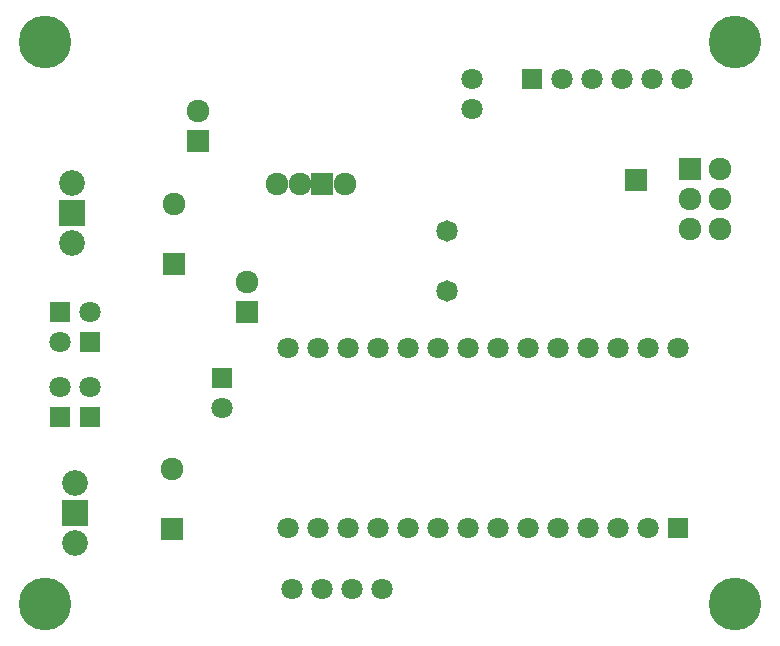
<source format=gbs>
G04 (created by PCBNEW (2013-jul-07)-stable) date Sat 20 Jun 2015 02:51:25 AM PDT*
%MOIN*%
G04 Gerber Fmt 3.4, Leading zero omitted, Abs format*
%FSLAX34Y34*%
G01*
G70*
G90*
G04 APERTURE LIST*
%ADD10C,0.00393701*%
%ADD11C,0.071748*%
%ADD12R,0.070748X0.070748*%
%ADD13C,0.070748*%
%ADD14R,0.0748031X0.0748031*%
%ADD15C,0.075748*%
%ADD16R,0.075748X0.075748*%
%ADD17C,0.085748*%
%ADD18R,0.085748X0.085748*%
%ADD19C,0.175748*%
G04 APERTURE END LIST*
G54D10*
G54D11*
X18650Y7750D03*
X18650Y9750D03*
G54D12*
X21500Y14800D03*
G54D13*
X22500Y14800D03*
X23500Y14800D03*
X24500Y14800D03*
X25500Y14800D03*
X26500Y14800D03*
G54D12*
X11150Y4850D03*
G54D13*
X11150Y3850D03*
X19500Y13800D03*
X19500Y14800D03*
G54D12*
X6750Y6050D03*
G54D13*
X6750Y7050D03*
G54D12*
X5750Y7050D03*
G54D13*
X5750Y6050D03*
G54D12*
X5750Y3550D03*
G54D13*
X5750Y4550D03*
G54D12*
X6750Y3550D03*
G54D13*
X6750Y4550D03*
G54D14*
X24950Y11450D03*
G54D15*
X27750Y9800D03*
X26750Y9800D03*
X27750Y10800D03*
X26750Y10800D03*
X27750Y11800D03*
G54D16*
X26750Y11800D03*
G54D17*
X6150Y9350D03*
G54D18*
X6150Y10350D03*
G54D17*
X6150Y11350D03*
X6250Y-650D03*
G54D18*
X6250Y350D03*
G54D17*
X6250Y1350D03*
G54D15*
X13000Y11300D03*
X13750Y11300D03*
G54D16*
X14500Y11300D03*
G54D15*
X15250Y11300D03*
G54D13*
X13350Y-150D03*
X14350Y-150D03*
X15350Y-150D03*
X16350Y-150D03*
X17350Y-150D03*
X18350Y-150D03*
X19350Y-150D03*
X20350Y-150D03*
X21350Y-150D03*
X22350Y-150D03*
X23350Y-150D03*
X24350Y-150D03*
X25350Y-150D03*
G54D12*
X26350Y-150D03*
G54D13*
X26350Y5850D03*
X25350Y5850D03*
X24350Y5850D03*
X23350Y5850D03*
X22350Y5850D03*
X21350Y5850D03*
X20350Y5850D03*
X19350Y5850D03*
X18350Y5850D03*
X17350Y5850D03*
X16350Y5850D03*
X15350Y5850D03*
X14350Y5850D03*
X13350Y5850D03*
G54D15*
X9550Y10650D03*
G54D16*
X9550Y8650D03*
X9500Y-200D03*
G54D15*
X9500Y1800D03*
G54D16*
X10350Y12750D03*
G54D15*
X10350Y13750D03*
G54D16*
X12000Y7050D03*
G54D15*
X12000Y8050D03*
G54D19*
X5250Y-2700D03*
X5250Y16050D03*
X28250Y-2700D03*
X28250Y16050D03*
G54D13*
X16500Y-2200D03*
X15500Y-2200D03*
X14500Y-2200D03*
X13500Y-2200D03*
M02*

</source>
